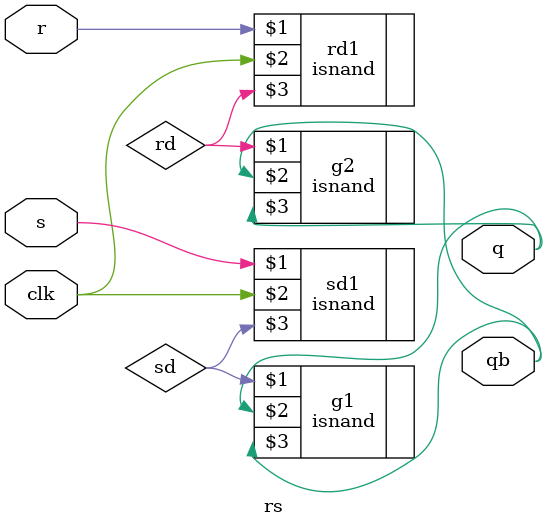
<source format=v>
`include "nand.v"

module rs(
  input wire clk,

  input wire r,
  input wire s,

  output wire q,
  output wire qb
);

  isnand sd1(s, clk, sd);
  isnand rd1(r, clk, rd);
  isnand g1(sd, q, qb);
  isnand g2(rd, qb, q);

endmodule
</source>
